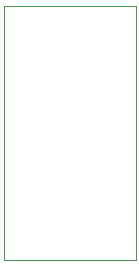
<source format=gbr>
%TF.GenerationSoftware,KiCad,Pcbnew,9.0.1*%
%TF.CreationDate,2025-06-02T18:12:22+02:00*%
%TF.ProjectId,glas_fiber_pcb,676c6173-5f66-4696-9265-725f7063622e,rev?*%
%TF.SameCoordinates,Original*%
%TF.FileFunction,Profile,NP*%
%FSLAX46Y46*%
G04 Gerber Fmt 4.6, Leading zero omitted, Abs format (unit mm)*
G04 Created by KiCad (PCBNEW 9.0.1) date 2025-06-02 18:12:22*
%MOMM*%
%LPD*%
G01*
G04 APERTURE LIST*
%TA.AperFunction,Profile*%
%ADD10C,0.050000*%
%TD*%
G04 APERTURE END LIST*
D10*
X140400000Y-80600000D02*
X151600000Y-80600000D01*
X151600000Y-102100000D01*
X140400000Y-102100000D01*
X140400000Y-80600000D01*
M02*

</source>
